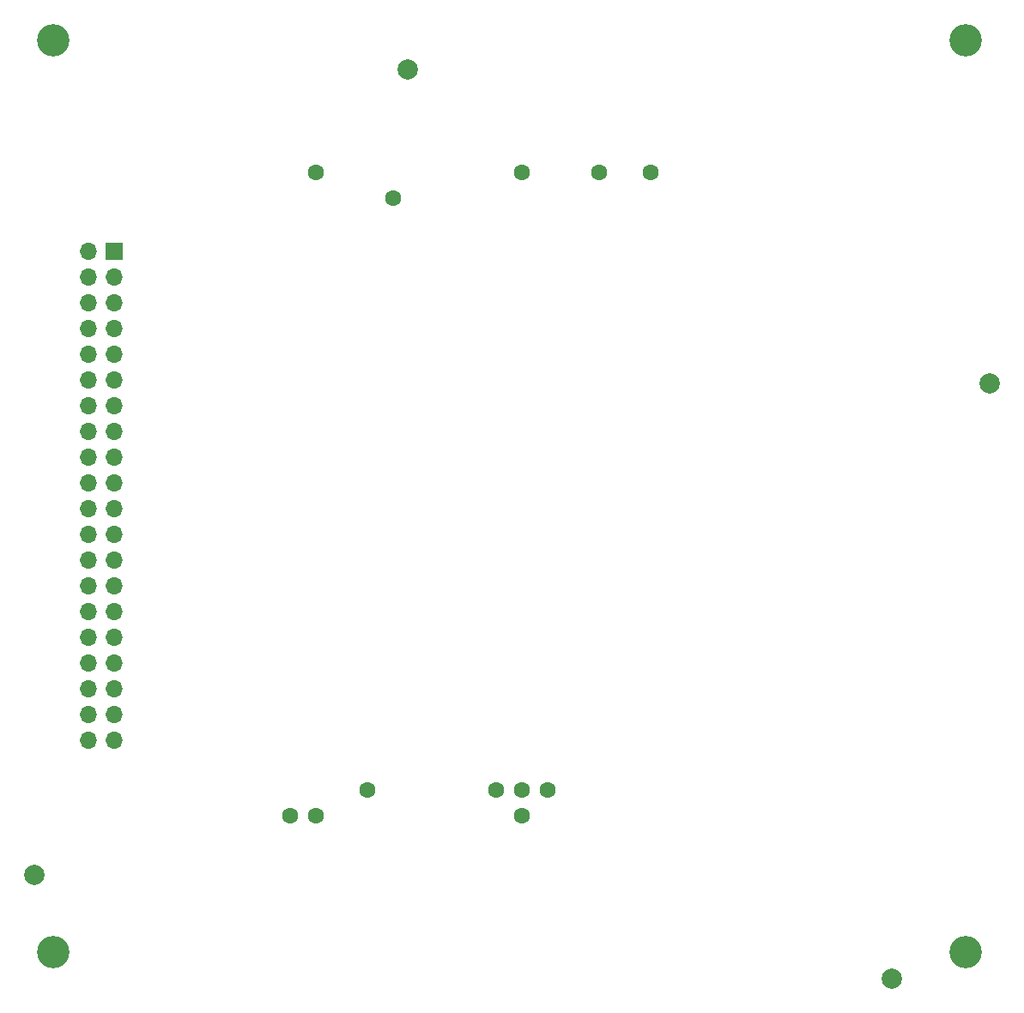
<source format=gbr>
%TF.GenerationSoftware,KiCad,Pcbnew,7.0.8*%
%TF.CreationDate,2023-11-02T18:43:55+01:00*%
%TF.ProjectId,eth,6574682e-6b69-4636-9164-5f7063625858,1*%
%TF.SameCoordinates,PX5f5e100PY7bfa480*%
%TF.FileFunction,Soldermask,Bot*%
%TF.FilePolarity,Negative*%
%FSLAX46Y46*%
G04 Gerber Fmt 4.6, Leading zero omitted, Abs format (unit mm)*
G04 Created by KiCad (PCBNEW 7.0.8) date 2023-11-02 18:43:55*
%MOMM*%
%LPD*%
G01*
G04 APERTURE LIST*
%ADD10C,2.000000*%
%ADD11C,3.200000*%
%ADD12C,1.600000*%
%ADD13R,1.700000X1.700000*%
%ADD14O,1.700000X1.700000*%
G04 APERTURE END LIST*
D10*
%TO.C,TP4*%
X87756800Y2339600D03*
%TD*%
%TO.C,TP3*%
X97408800Y61064400D03*
%TD*%
%TO.C,TP2*%
X39954000Y92103200D03*
%TD*%
%TO.C,TP1*%
X3174800Y12601200D03*
%TD*%
D11*
%TO.C,H1*%
X5000000Y95000000D03*
%TD*%
%TO.C,H3*%
X5000000Y5000000D03*
%TD*%
D12*
%TO.C,J2*%
X48700000Y21000000D03*
X51240000Y18460000D03*
X36000000Y21000000D03*
X51240000Y21000000D03*
X53780000Y21000000D03*
X38540000Y79420000D03*
X51240000Y81960000D03*
X63940000Y81960000D03*
X58860000Y81960000D03*
X30920000Y81960000D03*
X28380000Y18460000D03*
X30920000Y18460000D03*
%TD*%
D11*
%TO.C,H2*%
X95000000Y95000000D03*
%TD*%
%TO.C,H4*%
X95000000Y5000000D03*
%TD*%
D13*
%TO.C,J1*%
X11000000Y74130000D03*
D14*
X8460000Y74130000D03*
X11000000Y71590000D03*
X8460000Y71590000D03*
X11000000Y69050000D03*
X8460000Y69050000D03*
X11000000Y66510000D03*
X8460000Y66510000D03*
X11000000Y63970000D03*
X8460000Y63970000D03*
X11000000Y61430000D03*
X8460000Y61430000D03*
X11000000Y58890000D03*
X8460000Y58890000D03*
X11000000Y56350000D03*
X8460000Y56350000D03*
X11000000Y53810000D03*
X8460000Y53810000D03*
X11000000Y51270000D03*
X8460000Y51270000D03*
X11000000Y48730000D03*
X8460000Y48730000D03*
X11000000Y46190000D03*
X8460000Y46190000D03*
X11000000Y43650000D03*
X8460000Y43650000D03*
X11000000Y41110000D03*
X8460000Y41110000D03*
X11000000Y38570000D03*
X8460000Y38570000D03*
X11000000Y36030000D03*
X8460000Y36030000D03*
X11000000Y33490000D03*
X8460000Y33490000D03*
X11000000Y30950000D03*
X8460000Y30950000D03*
X11000000Y28410000D03*
X8460000Y28410000D03*
X11000000Y25870000D03*
X8460000Y25870000D03*
%TD*%
M02*

</source>
